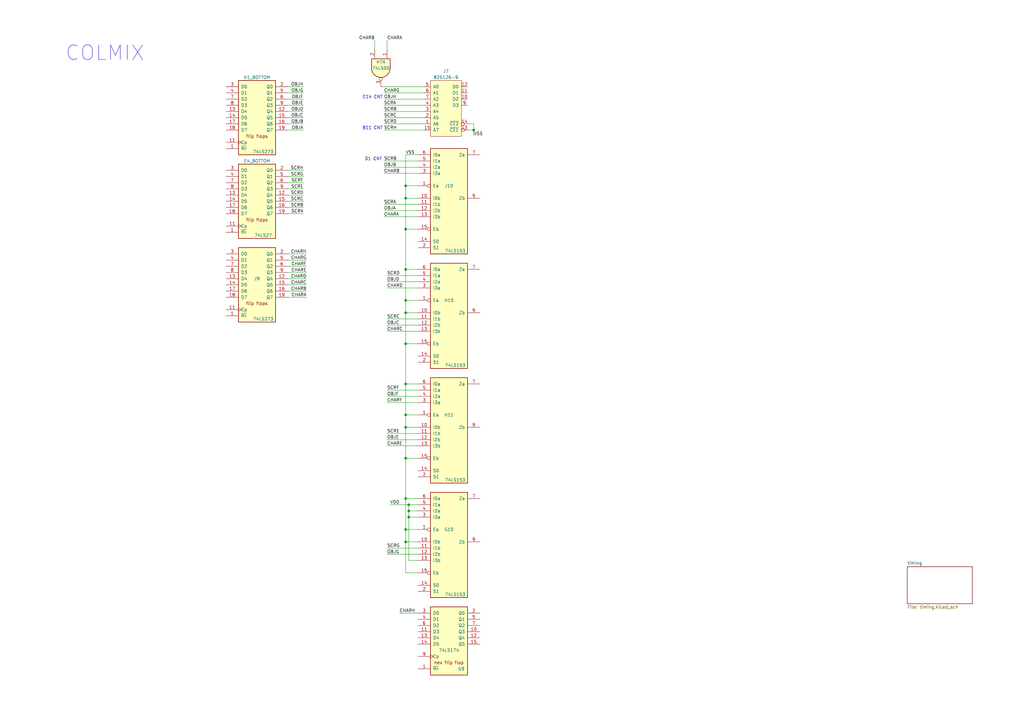
<source format=kicad_sch>
(kicad_sch (version 20211123) (generator eeschema)
  (paper "A3")
  (lib_symbols
    (symbol "arcade:82S126-9" (pin_names (offset 1.016))
      (property "Reference" "U" (at 1.27 11.43 0))
      (property "Value" "arcade_82S126-9" (at 1.27 12.7 0))
      (symbol "82S126-9_0_1"
        (rectangle (start -5.08 11.43) (end 7.62 -11.43) (fill (type background)))
      )
      (symbol "82S126-9_1_1"
        (pin input line (at -7.62 -6.35 0) (length 2.54) (name "A6") (number "1"))
        (pin output line (at 10.16 3.81 180) (length 2.54) (name "D2") (number "10"))
        (pin output line (at 10.16 6.35 180) (length 2.54) (name "D1") (number "11"))
        (pin output line (at 10.16 8.89 180) (length 2.54) (name "D0") (number "12"))
        (pin input inverted (at 10.16 -8.89 180) (length 2.54) (name "~{CE1}") (number "13"))
        (pin input inverted (at 10.16 -6.35 180) (length 2.54) (name "~{CE2}") (number "14"))
        (pin input line (at -7.62 -8.89 0) (length 2.54) (name "A7") (number "15"))
        (pin power_in line (at 1.27 11.43 270) (length 2.54) hide (name "VCC") (number "16"))
        (pin input line (at -7.62 -3.81 0) (length 2.54) (name "A5") (number "2"))
        (pin input line (at -7.62 -1.27 0) (length 2.54) (name "A4") (number "3"))
        (pin input line (at -7.62 1.27 0) (length 2.54) (name "A3") (number "4"))
        (pin input line (at -7.62 8.89 0) (length 2.54) (name "A0") (number "5"))
        (pin input line (at -7.62 6.35 0) (length 2.54) (name "A1") (number "6"))
        (pin input line (at -7.62 3.81 0) (length 2.54) (name "A2") (number "7"))
        (pin power_in line (at 1.27 -11.43 90) (length 2.54) hide (name "VSS") (number "8"))
        (pin output line (at 10.16 1.27 180) (length 2.54) (name "D3") (number "9"))
      )
    )
    (symbol "jt74:74LS00" (pin_names (offset 1.016))
      (property "Reference" "U" (at 0 1.27 0))
      (property "Value" "jt74_74LS00" (at 0 -1.27 0))
      (symbol "74LS00_1_1"
        (arc (start 0 -3.81) (mid 3.81 0) (end 0 3.81) (stroke (width 0.254)) (fill (type background)))
        (polyline (pts (xy 0 3.81) (xy -3.81 3.81) (xy -3.81 -3.81) (xy 0 -3.81)) (stroke (width 0.254)) (fill (type background)))
        (pin input line (at -7.62 2.54 0) (length 3.81) (name "~") (number "1"))
        (pin input line (at -7.62 -2.54 0) (length 3.81) (name "~") (number "2"))
        (pin output inverted (at 7.62 0 180) (length 3.81) (name "~") (number "3"))
      )
      (symbol "74LS00_1_2"
        (arc (start -3.81 -3.81) (mid -2.589 0) (end -3.81 3.81) (stroke (width 0.254)))
        (arc (start -0.6096 -3.81) (mid 2.1842 -2.5851) (end 3.81 0) (stroke (width 0.254)) (fill (type background)))
        (polyline (pts (xy -3.81 -3.81) (xy -0.635 -3.81)) (stroke (width 0.254)) (fill (type background)))
        (polyline (pts (xy -3.81 3.81) (xy -0.635 3.81)) (stroke (width 0.254)) (fill (type background)))
        (polyline (pts (xy -0.635 3.81) (xy -3.81 3.81) (xy -3.81 3.81) (xy -3.556 3.4036) (xy -3.0226 2.2606) (xy -2.6924 1.0414) (xy -2.6162 -0.254) (xy -2.7686 -1.4986) (xy -3.175 -2.7178) (xy -3.81 -3.81) (xy -3.81 -3.81) (xy -0.635 -3.81)) (stroke (width -25.4)) (fill (type background)))
        (arc (start 3.81 0) (mid 2.1915 2.5936) (end -0.6096 3.81) (stroke (width 0.254)) (fill (type background)))
        (pin input inverted (at -7.62 2.54 0) (length 4.318) (name "~") (number "1"))
        (pin input inverted (at -7.62 -2.54 0) (length 4.318) (name "~") (number "2"))
        (pin output line (at 7.62 0 180) (length 3.81) (name "~") (number "3"))
      )
      (symbol "74LS00_2_1"
        (arc (start 0 -3.81) (mid 3.81 0) (end 0 3.81) (stroke (width 0.254)) (fill (type background)))
        (polyline (pts (xy 0 3.81) (xy -3.81 3.81) (xy -3.81 -3.81) (xy 0 -3.81)) (stroke (width 0.254)) (fill (type background)))
        (pin input line (at -7.62 2.54 0) (length 3.81) (name "~") (number "4"))
        (pin input line (at -7.62 -2.54 0) (length 3.81) (name "~") (number "5"))
        (pin output inverted (at 7.62 0 180) (length 3.81) (name "~") (number "6"))
      )
      (symbol "74LS00_2_2"
        (arc (start -3.81 -3.81) (mid -2.589 0) (end -3.81 3.81) (stroke (width 0.254)))
        (arc (start -0.6096 -3.81) (mid 2.1842 -2.5851) (end 3.81 0) (stroke (width 0.254)) (fill (type background)))
        (polyline (pts (xy -3.81 -3.81) (xy -0.635 -3.81)) (stroke (width 0.254)) (fill (type background)))
        (polyline (pts (xy -3.81 3.81) (xy -0.635 3.81)) (stroke (width 0.254)) (fill (type background)))
        (polyline (pts (xy -0.635 3.81) (xy -3.81 3.81) (xy -3.81 3.81) (xy -3.556 3.4036) (xy -3.0226 2.2606) (xy -2.6924 1.0414) (xy -2.6162 -0.254) (xy -2.7686 -1.4986) (xy -3.175 -2.7178) (xy -3.81 -3.81) (xy -3.81 -3.81) (xy -0.635 -3.81)) (stroke (width -25.4)) (fill (type background)))
        (arc (start 3.81 0) (mid 2.1915 2.5936) (end -0.6096 3.81) (stroke (width 0.254)) (fill (type background)))
        (pin input inverted (at -7.62 2.54 0) (length 4.318) (name "~") (number "4"))
        (pin input inverted (at -7.62 -2.54 0) (length 4.318) (name "~") (number "5"))
        (pin output line (at 7.62 0 180) (length 3.81) (name "~") (number "6"))
      )
      (symbol "74LS00_3_1"
        (arc (start 0 -3.81) (mid 3.81 0) (end 0 3.81) (stroke (width 0.254)) (fill (type background)))
        (polyline (pts (xy 0 3.81) (xy -3.81 3.81) (xy -3.81 -3.81) (xy 0 -3.81)) (stroke (width 0.254)) (fill (type background)))
        (pin input line (at -7.62 -2.54 0) (length 3.81) (name "~") (number "10"))
        (pin output inverted (at 7.62 0 180) (length 3.81) (name "~") (number "8"))
        (pin input line (at -7.62 2.54 0) (length 3.81) (name "~") (number "9"))
      )
      (symbol "74LS00_3_2"
        (arc (start -3.81 -3.81) (mid -2.589 0) (end -3.81 3.81) (stroke (width 0.254)))
        (arc (start -0.6096 -3.81) (mid 2.1842 -2.5851) (end 3.81 0) (stroke (width 0.254)) (fill (type background)))
        (polyline (pts (xy -3.81 -3.81) (xy -0.635 -3.81)) (stroke (width 0.254)) (fill (type background)))
        (polyline (pts (xy -3.81 3.81) (xy -0.635 3.81)) (stroke (width 0.254)) (fill (type background)))
        (polyline (pts (xy -0.635 3.81) (xy -3.81 3.81) (xy -3.81 3.81) (xy -3.556 3.4036) (xy -3.0226 2.2606) (xy -2.6924 1.0414) (xy -2.6162 -0.254) (xy -2.7686 -1.4986) (xy -3.175 -2.7178) (xy -3.81 -3.81) (xy -3.81 -3.81) (xy -0.635 -3.81)) (stroke (width -25.4)) (fill (type background)))
        (arc (start 3.81 0) (mid 2.1915 2.5936) (end -0.6096 3.81) (stroke (width 0.254)) (fill (type background)))
        (pin input inverted (at -7.62 -2.54 0) (length 4.318) (name "~") (number "10"))
        (pin output line (at 7.62 0 180) (length 3.81) (name "~") (number "8"))
        (pin input inverted (at -7.62 2.54 0) (length 4.318) (name "~") (number "9"))
      )
      (symbol "74LS00_4_1"
        (arc (start 0 -3.81) (mid 3.81 0) (end 0 3.81) (stroke (width 0.254)) (fill (type background)))
        (polyline (pts (xy 0 3.81) (xy -3.81 3.81) (xy -3.81 -3.81) (xy 0 -3.81)) (stroke (width 0.254)) (fill (type background)))
        (pin output inverted (at 7.62 0 180) (length 3.81) (name "~") (number "11"))
        (pin input line (at -7.62 2.54 0) (length 3.81) (name "~") (number "12"))
        (pin input line (at -7.62 -2.54 0) (length 3.81) (name "~") (number "13"))
      )
      (symbol "74LS00_4_2"
        (arc (start -3.81 -3.81) (mid -2.589 0) (end -3.81 3.81) (stroke (width 0.254)))
        (arc (start -0.6096 -3.81) (mid 2.1842 -2.5851) (end 3.81 0) (stroke (width 0.254)) (fill (type background)))
        (polyline (pts (xy -3.81 -3.81) (xy -0.635 -3.81)) (stroke (width 0.254)) (fill (type background)))
        (polyline (pts (xy -3.81 3.81) (xy -0.635 3.81)) (stroke (width 0.254)) (fill (type background)))
        (polyline (pts (xy -0.635 3.81) (xy -3.81 3.81) (xy -3.81 3.81) (xy -3.556 3.4036) (xy -3.0226 2.2606) (xy -2.6924 1.0414) (xy -2.6162 -0.254) (xy -2.7686 -1.4986) (xy -3.175 -2.7178) (xy -3.81 -3.81) (xy -3.81 -3.81) (xy -0.635 -3.81)) (stroke (width -25.4)) (fill (type background)))
        (arc (start 3.81 0) (mid 2.1915 2.5936) (end -0.6096 3.81) (stroke (width 0.254)) (fill (type background)))
        (pin output line (at 7.62 0 180) (length 3.81) (name "~") (number "11"))
        (pin input inverted (at -7.62 2.54 0) (length 4.318) (name "~") (number "12"))
        (pin input inverted (at -7.62 -2.54 0) (length 4.318) (name "~") (number "13"))
      )
      (symbol "74LS00_5_0"
        (pin input line (at 0 12.7 270) (length 5.08) hide (name "VCC") (number "14"))
        (pin input line (at 0 -12.7 90) (length 5.08) hide (name "GND") (number "7"))
      )
      (symbol "74LS00_5_1"
        (rectangle (start -5.08 7.62) (end 5.08 -7.62) (stroke (width 0.254)) (fill (type background)))
      )
    )
    (symbol "jt74:74LS153" (pin_names (offset 1.016))
      (property "Reference" "U" (at 0 5.08 0))
      (property "Value" "jt74_74LS153" (at 2.54 -21.59 0))
      (symbol "74LS153_1_0"
        (pin input inverted (at -12.7 5.08 0) (length 5.08) (name "Ea") (number "1"))
        (pin input line (at -12.7 0 0) (length 5.08) (name "I0b") (number "10"))
        (pin input line (at -12.7 -2.54 0) (length 5.08) (name "I1b") (number "11"))
        (pin input line (at -12.7 -5.08 0) (length 5.08) (name "I2b") (number "12"))
        (pin input line (at -12.7 -7.62 0) (length 5.08) (name "I3b") (number "13"))
        (pin input line (at -12.7 -17.78 0) (length 5.08) (name "S0") (number "14"))
        (pin input inverted (at -12.7 -12.7 0) (length 5.08) (name "Eb") (number "15"))
        (pin input line (at -12.7 -20.32 0) (length 5.08) (name "S1") (number "2"))
        (pin input line (at -12.7 10.16 0) (length 5.08) (name "I3a") (number "3"))
        (pin input line (at -12.7 12.7 0) (length 5.08) (name "I2a") (number "4"))
        (pin input line (at -12.7 15.24 0) (length 5.08) (name "I1a") (number "5"))
        (pin input line (at -12.7 17.78 0) (length 5.08) (name "I0a") (number "6"))
        (pin output line (at 12.7 17.78 180) (length 5.08) (name "Za") (number "7"))
        (pin output line (at 12.7 0 180) (length 5.08) (name "Zb") (number "9"))
      )
      (symbol "74LS153_1_1"
        (rectangle (start -7.62 20.32) (end 7.62 -22.86) (stroke (width 0.254)) (fill (type background)))
      )
    )
    (symbol "jt74:74LS174" (pin_names (offset 1.016))
      (property "Reference" "U" (at 5.08 -12.7 0))
      (property "Value" "jt74_74LS174" (at 0 -5.08 0))
      (symbol "74LS174_0_0"
        (text "hex flip flop" (at 0 -10.16 0) (effects (font (size 1.27 1.27))))
      )
      (symbol "74LS174_1_0"
        (pin input line (at -12.7 -12.7 0) (length 5.08) (name "~{Mr}") (number "1"))
        (pin output line (at 12.7 2.54 180) (length 5.08) (name "Q3") (number "10"))
        (pin input line (at -12.7 2.54 0) (length 5.08) (name "D3") (number "11"))
        (pin output line (at 12.7 0 180) (length 5.08) (name "Q4") (number "12"))
        (pin input line (at -12.7 0 0) (length 5.08) (name "D4") (number "13"))
        (pin input line (at -12.7 -2.54 0) (length 5.08) (name "D5") (number "14"))
        (pin output line (at 12.7 -2.54 180) (length 5.08) (name "Q5") (number "15"))
        (pin output line (at 12.7 10.16 180) (length 5.08) (name "Q0") (number "2"))
        (pin input line (at -12.7 10.16 0) (length 5.08) (name "D0") (number "3"))
        (pin input line (at -12.7 7.62 0) (length 5.08) (name "D1") (number "4"))
        (pin output line (at 12.7 7.62 180) (length 5.08) (name "Q1") (number "5"))
        (pin input line (at -12.7 5.08 0) (length 5.08) (name "D2") (number "6"))
        (pin output line (at 12.7 5.08 180) (length 5.08) (name "Q2") (number "7"))
        (pin input clock (at -12.7 -7.62 0) (length 5.08) (name "Cp") (number "9"))
      )
      (symbol "74LS174_1_1"
        (rectangle (start -7.62 12.7) (end 7.62 -15.24) (stroke (width 0.254)) (fill (type background)))
      )
    )
    (symbol "jt74:74LS273" (pin_names (offset 1.016))
      (property "Reference" "U" (at 0 2.54 0))
      (property "Value" "jt74_74LS273" (at 2.54 -13.97 0))
      (symbol "74LS273_0_0"
        (text "flip flops" (at 0 -7.62 0) (effects (font (size 1.27 1.27))))
      )
      (symbol "74LS273_1_0"
        (pin input line (at -12.7 -12.7 0) (length 5.08) (name "~{Mr}") (number "1"))
        (pin input clock (at -12.7 -10.16 0) (length 5.08) (name "Cp") (number "11"))
        (pin output line (at 12.7 2.54 180) (length 5.08) (name "Q4") (number "12"))
        (pin input line (at -12.7 2.54 0) (length 5.08) (name "D4") (number "13"))
        (pin input line (at -12.7 0 0) (length 5.08) (name "D5") (number "14"))
        (pin output line (at 12.7 0 180) (length 5.08) (name "Q5") (number "15"))
        (pin output line (at 12.7 -2.54 180) (length 5.08) (name "Q6") (number "16"))
        (pin input line (at -12.7 -2.54 0) (length 5.08) (name "D6") (number "17"))
        (pin input line (at -12.7 -5.08 0) (length 5.08) (name "D7") (number "18"))
        (pin output line (at 12.7 -5.08 180) (length 5.08) (name "Q7") (number "19"))
        (pin output line (at 12.7 12.7 180) (length 5.08) (name "Q0") (number "2"))
        (pin input line (at -12.7 12.7 0) (length 5.08) (name "D0") (number "3"))
        (pin input line (at -12.7 10.16 0) (length 5.08) (name "D1") (number "4"))
        (pin output line (at 12.7 10.16 180) (length 5.08) (name "Q1") (number "5"))
        (pin output line (at 12.7 7.62 180) (length 5.08) (name "Q2") (number "6"))
        (pin input line (at -12.7 7.62 0) (length 5.08) (name "D2") (number "7"))
        (pin input line (at -12.7 5.08 0) (length 5.08) (name "D3") (number "8"))
        (pin output line (at 12.7 5.08 180) (length 5.08) (name "Q3") (number "9"))
      )
      (symbol "74LS273_1_1"
        (rectangle (start -7.62 15.24) (end 7.62 -15.24) (stroke (width 0.254)) (fill (type background)))
      )
    )
  )
  (junction (at 166.37 128.27))
  (junction (at 194.31 53.34))
  (junction (at 167.64 212.09))
  (junction (at 166.37 76.2))
  (junction (at 167.64 209.55))
  (junction (at 166.37 222.25))
  (junction (at 166.37 204.47))
  (junction (at 166.37 175.26))
  (junction (at 166.37 140.97))
  (junction (at 167.64 207.01))
  (junction (at 166.37 217.17))
  (junction (at 166.37 110.49))
  (junction (at 166.37 123.19))
  (junction (at 166.37 81.28))
  (junction (at 166.37 93.98))
  (junction (at 166.37 187.96))
  (junction (at 166.37 170.18))
  (junction (at 166.37 157.48))
  (wire (pts (xy 194.31 50.8) (xy 194.31 53.34)))
  (wire (pts (xy 157.48 66.04) (xy 171.45 66.04)))
  (wire (pts (xy 118.11 53.34) (xy 124.46 53.34)))
  (wire (pts (xy 118.11 109.22) (xy 125.73 109.22)))
  (wire (pts (xy 118.11 119.38) (xy 125.73 119.38)))
  (wire (pts (xy 158.75 130.81) (xy 171.45 130.81)))
  (wire (pts (xy 171.45 76.2) (xy 166.37 76.2)))
  (wire (pts (xy 166.37 204.47) (xy 166.37 217.17)))
  (wire (pts (xy 118.11 116.84) (xy 125.73 116.84)))
  (wire (pts (xy 157.48 68.58) (xy 171.45 68.58)))
  (wire (pts (xy 171.45 204.47) (xy 166.37 204.47)))
  (wire (pts (xy 166.37 170.18) (xy 166.37 175.26)))
  (wire (pts (xy 171.45 133.35) (xy 158.75 133.35)))
  (wire (pts (xy 158.75 182.88) (xy 171.45 182.88)))
  (wire (pts (xy 158.75 115.57) (xy 171.45 115.57)))
  (wire (pts (xy 171.45 71.12) (xy 157.48 71.12)))
  (wire (pts (xy 118.11 87.63) (xy 124.46 87.63)))
  (wire (pts (xy 118.11 77.47) (xy 124.46 77.47)))
  (wire (pts (xy 166.37 63.5) (xy 171.45 63.5)))
  (wire (pts (xy 167.64 209.55) (xy 167.64 207.01)))
  (wire (pts (xy 158.75 165.1) (xy 171.45 165.1)))
  (wire (pts (xy 158.75 113.03) (xy 171.45 113.03)))
  (wire (pts (xy 167.64 207.01) (xy 171.45 207.01)))
  (wire (pts (xy 171.45 217.17) (xy 166.37 217.17)))
  (wire (pts (xy 125.73 104.14) (xy 118.11 104.14)))
  (wire (pts (xy 166.37 63.5) (xy 166.37 76.2)))
  (wire (pts (xy 171.45 229.87) (xy 167.64 229.87)))
  (wire (pts (xy 173.99 40.64) (xy 157.48 40.64)))
  (wire (pts (xy 118.11 121.92) (xy 125.73 121.92)))
  (wire (pts (xy 166.37 175.26) (xy 166.37 187.96)))
  (wire (pts (xy 194.31 53.34) (xy 194.31 55.88)))
  (wire (pts (xy 118.11 48.26) (xy 124.46 48.26)))
  (wire (pts (xy 124.46 69.85) (xy 118.11 69.85)))
  (wire (pts (xy 171.45 180.34) (xy 158.75 180.34)))
  (wire (pts (xy 118.11 35.56) (xy 124.46 35.56)))
  (wire (pts (xy 166.37 123.19) (xy 166.37 128.27)))
  (wire (pts (xy 157.48 86.36) (xy 171.45 86.36)))
  (wire (pts (xy 173.99 48.26) (xy 157.48 48.26)))
  (wire (pts (xy 166.37 128.27) (xy 166.37 140.97)))
  (wire (pts (xy 157.48 38.1) (xy 173.99 38.1)))
  (wire (pts (xy 157.48 45.72) (xy 173.99 45.72)))
  (wire (pts (xy 166.37 140.97) (xy 171.45 140.97)))
  (wire (pts (xy 171.45 162.56) (xy 158.75 162.56)))
  (wire (pts (xy 171.45 251.46) (xy 163.83 251.46)))
  (wire (pts (xy 166.37 81.28) (xy 171.45 81.28)))
  (wire (pts (xy 118.11 85.09) (xy 124.46 85.09)))
  (wire (pts (xy 166.37 187.96) (xy 166.37 204.47)))
  (wire (pts (xy 166.37 93.98) (xy 166.37 110.49)))
  (wire (pts (xy 166.37 187.96) (xy 171.45 187.96)))
  (wire (pts (xy 118.11 80.01) (xy 124.46 80.01)))
  (wire (pts (xy 118.11 72.39) (xy 124.46 72.39)))
  (wire (pts (xy 166.37 76.2) (xy 166.37 81.28)))
  (wire (pts (xy 158.75 160.02) (xy 171.45 160.02)))
  (wire (pts (xy 166.37 222.25) (xy 171.45 222.25)))
  (wire (pts (xy 173.99 43.18) (xy 157.48 43.18)))
  (wire (pts (xy 166.37 217.17) (xy 166.37 222.25)))
  (wire (pts (xy 173.99 35.56) (xy 156.21 35.56)))
  (wire (pts (xy 118.11 74.93) (xy 124.46 74.93)))
  (wire (pts (xy 157.48 53.34) (xy 173.99 53.34)))
  (wire (pts (xy 118.11 45.72) (xy 124.46 45.72)))
  (wire (pts (xy 158.75 135.89) (xy 171.45 135.89)))
  (wire (pts (xy 171.45 227.33) (xy 158.75 227.33)))
  (wire (pts (xy 171.45 209.55) (xy 167.64 209.55)))
  (wire (pts (xy 157.48 50.8) (xy 173.99 50.8)))
  (wire (pts (xy 118.11 43.18) (xy 124.46 43.18)))
  (wire (pts (xy 118.11 38.1) (xy 124.46 38.1)))
  (wire (pts (xy 171.45 170.18) (xy 166.37 170.18)))
  (wire (pts (xy 166.37 175.26) (xy 171.45 175.26)))
  (wire (pts (xy 166.37 157.48) (xy 171.45 157.48)))
  (wire (pts (xy 166.37 81.28) (xy 166.37 93.98)))
  (wire (pts (xy 160.02 207.01) (xy 167.64 207.01)))
  (wire (pts (xy 118.11 111.76) (xy 125.73 111.76)))
  (wire (pts (xy 166.37 140.97) (xy 166.37 157.48)))
  (wire (pts (xy 166.37 128.27) (xy 171.45 128.27)))
  (wire (pts (xy 166.37 222.25) (xy 166.37 234.95)))
  (wire (pts (xy 171.45 88.9) (xy 157.48 88.9)))
  (wire (pts (xy 171.45 123.19) (xy 166.37 123.19)))
  (wire (pts (xy 167.64 212.09) (xy 167.64 209.55)))
  (wire (pts (xy 118.11 50.8) (xy 124.46 50.8)))
  (wire (pts (xy 158.75 224.79) (xy 171.45 224.79)))
  (wire (pts (xy 118.11 40.64) (xy 124.46 40.64)))
  (wire (pts (xy 158.75 118.11) (xy 171.45 118.11)))
  (wire (pts (xy 167.64 229.87) (xy 167.64 212.09)))
  (wire (pts (xy 153.67 20.32) (xy 153.67 16.51)))
  (wire (pts (xy 166.37 157.48) (xy 166.37 170.18)))
  (wire (pts (xy 158.75 177.8) (xy 171.45 177.8)))
  (wire (pts (xy 118.11 82.55) (xy 124.46 82.55)))
  (wire (pts (xy 118.11 106.68) (xy 125.73 106.68)))
  (wire (pts (xy 171.45 212.09) (xy 167.64 212.09)))
  (wire (pts (xy 166.37 234.95) (xy 171.45 234.95)))
  (wire (pts (xy 158.75 16.51) (xy 158.75 20.32)))
  (wire (pts (xy 166.37 93.98) (xy 171.45 93.98)))
  (wire (pts (xy 194.31 53.34) (xy 191.77 53.34)))
  (wire (pts (xy 191.77 50.8) (xy 194.31 50.8)))
  (wire (pts (xy 171.45 83.82) (xy 157.48 83.82)))
  (wire (pts (xy 166.37 110.49) (xy 166.37 123.19)))
  (wire (pts (xy 166.37 110.49) (xy 171.45 110.49)))
  (wire (pts (xy 118.11 114.3) (xy 125.73 114.3)))
  (text "B11 CNT" (at 148.59 53.34 0) (effects (font (size 1.27 1.27)) (justify left bottom)))
  (text "C14 CNT" (at 148.59 40.64 0) (effects (font (size 1.27 1.27)) (justify left bottom)))
  (text " D1 CNT\n" (at 148.59 66.04 0) (effects (font (size 1.27 1.27)) (justify left bottom)))
  (text "COLMIX" (at 26.67 25.4 0) (effects (font (size 5.9944 5.9944)) (justify left bottom)))
  (label "OBJB" (at 157.48 68.58 0))
  (label "SCRD" (at 158.75 113.03 0))
  (label "SCRH" (at 124.46 69.85 180))
  (label "CHARB" (at 157.48 71.12 0))
  (label "CHARE" (at 125.73 111.76 180))
  (label "SCRA" (at 157.48 43.18 0))
  (label "CHARA" (at 158.75 16.51 0))
  (label "CHARB" (at 153.67 16.51 180))
  (label "CHARC" (at 125.73 116.84 180))
  (label "CHARA" (at 125.73 121.92 180))
  (label "SCRC" (at 124.46 82.55 180))
  (label "OBJG" (at 124.46 38.1 180))
  (label "CHARB" (at 125.73 119.38 180))
  (label "OBJA" (at 124.46 53.34 180))
  (label "CHARH" (at 163.83 251.46 0))
  (label "OBJE" (at 158.75 180.34 0))
  (label "CHARE" (at 158.75 182.88 0))
  (label "OBJE" (at 124.46 43.18 180))
  (label "SCRE" (at 124.46 77.47 180))
  (label "CHARD" (at 125.73 114.3 180))
  (label "CHARG" (at 157.48 38.1 0))
  (label "OBJB" (at 124.46 50.8 180))
  (label "OBJF" (at 158.75 162.56 0))
  (label "SCRG" (at 124.46 72.39 180))
  (label "SCRH" (at 157.48 53.34 0))
  (label "CHARA" (at 157.48 88.9 0))
  (label "SCRC" (at 157.48 48.26 0))
  (label "SCRD" (at 157.48 50.8 0))
  (label "OBJH" (at 157.48 40.64 0))
  (label "SCRA" (at 157.48 83.82 0))
  (label "OBJG" (at 158.75 227.33 0))
  (label "SCRB" (at 157.48 45.72 0))
  (label "SCRG" (at 158.75 224.79 0))
  (label "CHARD" (at 158.75 118.11 0))
  (label "OBJH" (at 124.46 35.56 180))
  (label "SCRA" (at 124.46 87.63 180))
  (label "OBJF" (at 124.46 40.64 180))
  (label "CHARF" (at 158.75 165.1 0))
  (label "OBJD" (at 124.46 45.72 180))
  (label "VSS" (at 194.31 55.88 0))
  (label "OBJC" (at 124.46 48.26 180))
  (label "CHARC" (at 158.75 135.89 0))
  (label "SCRB" (at 124.46 85.09 180))
  (label "VSS" (at 166.37 63.5 0))
  (label "CHARF" (at 125.73 109.22 180))
  (label "SCRB" (at 157.48 66.04 0))
  (label "VDD" (at 160.02 207.01 0))
  (label "CHARH" (at 125.73 104.14 180))
  (label "SCRF" (at 158.75 160.02 0))
  (label "OBJA" (at 157.48 86.36 0))
  (label "OBJC" (at 158.75 133.35 0))
  (label "SCRD" (at 124.46 80.01 180))
  (label "SCRC" (at 158.75 130.81 0))
  (label "OBJD" (at 158.75 115.57 0))
  (label "SCRF" (at 124.46 74.93 180))
  (label "SCRE" (at 158.75 177.8 0))
  (label "CHARG" (at 125.73 106.68 180))
  (symbol (lib_id "arcade:82S126-9") (at 181.61 44.45 0) (unit 1)
    (property "Reference" "J7" (at 182.88 29.21 0))
    (property "Value" "82S126-9" (at 182.88 31.75 0))
  )
  (symbol (lib_id "jt74:74LS174") (at 184.15 261.62 0) (unit 1)
    (property "Reference" "G9" (at 189.23 274.32 0))
    (property "Value" "74LS174" (at 184.15 266.7 0))
    (property "Datasheet" "http://www.ti.com/lit/gpn/sn74LS174" (effects hide))
  )
  (symbol (lib_id "jt74:74LS273") (at 105.41 116.84 0) (unit 1)
    (property "Reference" "J9" (at 105.41 114.3 0))
    (property "Value" "74LS273" (at 107.95 130.81 0))
    (property "Datasheet" "http://www.ti.com/lit/gpn/sn74LS273" (effects hide))
  )
  (symbol (lib_id "jt74:74LS00") (at 156.21 27.94 270) (unit 1)
    (property "Reference" "H7" (at 156.21 25.4 90))
    (property "Value" "74LS00" (at 156.21 27.94 90))
    (property "Datasheet" "http://www.ti.com/lit/gpn/sn74ls00" (effects hide))
  )
  (symbol (lib_id "jt74:74LS153") (at 184.15 81.28 0) (unit 1)
    (property "Reference" "J10" (at 184.15 76.2 0))
    (property "Value" "74LS153" (at 186.69 102.87 0))
    (property "Datasheet" "http://www.ti.com/lit/gpn/sn74LS153" (effects hide))
  )
  (symbol (lib_id "jt74:74LS153") (at 184.15 128.27 0) (unit 1)
    (property "Reference" "H10" (at 184.15 123.19 0))
    (property "Value" "74LS153" (at 186.69 149.86 0))
    (property "Datasheet" "http://www.ti.com/lit/gpn/sn74LS153" (effects hide))
  )
  (symbol (lib_id "jt74:74LS273") (at 105.41 48.26 0) (unit 1)
    (property "Reference" "K1_BOTTOM" (at 105.41 31.75 0))
    (property "Value" "74LS273" (at 107.95 62.23 0))
    (property "Datasheet" "http://www.ti.com/lit/gpn/sn74LS273" (effects hide))
  )
  (symbol (lib_id "jt74:74LS273") (at 105.41 82.55 0) (unit 1)
    (property "Reference" "E4_BOTTOM" (at 105.41 66.04 0))
    (property "Value" "74LS27" (at 107.95 96.52 0))
    (property "Datasheet" "http://www.ti.com/lit/gpn/sn74LS273" (effects hide))
  )
  (symbol (lib_id "jt74:74LS153") (at 184.15 222.25 0) (unit 1)
    (property "Reference" "G10" (at 184.15 217.17 0))
    (property "Value" "74LS153" (at 186.69 243.84 0))
    (property "Datasheet" "http://www.ti.com/lit/gpn/sn74LS153" (effects hide))
  )
  (symbol (lib_id "jt74:74LS153") (at 184.15 175.26 0) (unit 1)
    (property "Reference" "H11" (at 184.15 170.18 0))
    (property "Value" "74LS153" (at 186.69 196.85 0))
    (property "Datasheet" "http://www.ti.com/lit/gpn/sn74LS153" (effects hide))
  )
  (sheet (at 372.11 232.41) (size 26.67 15.24)
    (property "Sheet name" "timing" (at 372.11 231.6984 0) (effects (justify left bottom)))
    (property "Sheet file" "timing.kicad_sch" (at 372.11 248.2346 0) (effects (justify left top)))
  )
)
</source>
